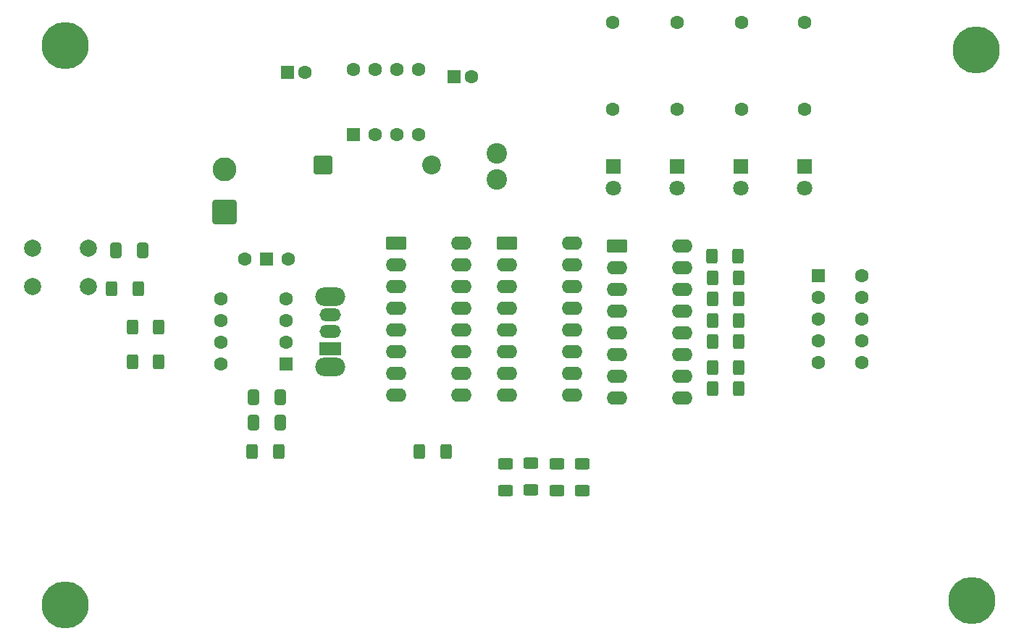
<source format=gbr>
%TF.GenerationSoftware,KiCad,Pcbnew,9.0.3*%
%TF.CreationDate,2025-12-16T09:59:01+01:00*%
%TF.ProjectId,PTP_Darijo_Matesic_Project1,5054505f-4461-4726-996a-6f5f4d617465,rev?*%
%TF.SameCoordinates,Original*%
%TF.FileFunction,Soldermask,Top*%
%TF.FilePolarity,Negative*%
%FSLAX46Y46*%
G04 Gerber Fmt 4.6, Leading zero omitted, Abs format (unit mm)*
G04 Created by KiCad (PCBNEW 9.0.3) date 2025-12-16 09:59:01*
%MOMM*%
%LPD*%
G01*
G04 APERTURE LIST*
G04 Aperture macros list*
%AMRoundRect*
0 Rectangle with rounded corners*
0 $1 Rounding radius*
0 $2 $3 $4 $5 $6 $7 $8 $9 X,Y pos of 4 corners*
0 Add a 4 corners polygon primitive as box body*
4,1,4,$2,$3,$4,$5,$6,$7,$8,$9,$2,$3,0*
0 Add four circle primitives for the rounded corners*
1,1,$1+$1,$2,$3*
1,1,$1+$1,$4,$5*
1,1,$1+$1,$6,$7*
1,1,$1+$1,$8,$9*
0 Add four rect primitives between the rounded corners*
20,1,$1+$1,$2,$3,$4,$5,0*
20,1,$1+$1,$4,$5,$6,$7,0*
20,1,$1+$1,$6,$7,$8,$9,0*
20,1,$1+$1,$8,$9,$2,$3,0*%
G04 Aperture macros list end*
%ADD10O,2.400000X1.600000*%
%ADD11RoundRect,0.250000X-0.950000X-0.550000X0.950000X-0.550000X0.950000X0.550000X-0.950000X0.550000X0*%
%ADD12RoundRect,0.250000X0.400000X0.625000X-0.400000X0.625000X-0.400000X-0.625000X0.400000X-0.625000X0*%
%ADD13RoundRect,0.250000X-0.412500X-0.650000X0.412500X-0.650000X0.412500X0.650000X-0.412500X0.650000X0*%
%ADD14RoundRect,0.250000X-0.400000X-0.625000X0.400000X-0.625000X0.400000X0.625000X-0.400000X0.625000X0*%
%ADD15RoundRect,0.250001X1.149999X-1.149999X1.149999X1.149999X-1.149999X1.149999X-1.149999X-1.149999X0*%
%ADD16C,2.800000*%
%ADD17C,5.500000*%
%ADD18R,1.800000X1.800000*%
%ADD19C,1.800000*%
%ADD20RoundRect,0.250000X-0.550000X-0.550000X0.550000X-0.550000X0.550000X0.550000X-0.550000X0.550000X0*%
%ADD21C,1.600000*%
%ADD22RoundRect,0.250000X0.550000X-0.550000X0.550000X0.550000X-0.550000X0.550000X-0.550000X-0.550000X0*%
%ADD23RoundRect,0.249999X-0.850001X-0.850001X0.850001X-0.850001X0.850001X0.850001X-0.850001X0.850001X0*%
%ADD24C,2.200000*%
%ADD25RoundRect,0.250000X0.412500X0.650000X-0.412500X0.650000X-0.412500X-0.650000X0.412500X-0.650000X0*%
%ADD26RoundRect,0.250000X0.625000X-0.400000X0.625000X0.400000X-0.625000X0.400000X-0.625000X-0.400000X0*%
%ADD27C,2.000000*%
%ADD28O,3.500000X2.200000*%
%ADD29R,2.500000X1.500000*%
%ADD30O,2.500000X1.500000*%
%ADD31R,1.600000X1.600000*%
%ADD32RoundRect,0.250000X0.550000X0.550000X-0.550000X0.550000X-0.550000X-0.550000X0.550000X-0.550000X0*%
%ADD33C,2.400000*%
%ADD34R,1.500000X1.500000*%
G04 APERTURE END LIST*
D10*
%TO.C,U4*%
X123810000Y-51110000D03*
X123810000Y-53650000D03*
X123810000Y-56190000D03*
X123810000Y-58730000D03*
X123810000Y-61270000D03*
X123810000Y-63810000D03*
X123810000Y-66350000D03*
X123810000Y-68890000D03*
X116190000Y-68890000D03*
X116190000Y-66350000D03*
X116190000Y-63810000D03*
X116190000Y-61270000D03*
X116190000Y-58730000D03*
X116190000Y-56190000D03*
X116190000Y-53650000D03*
D11*
X116190000Y-51110000D03*
%TD*%
D12*
%TO.C,R3*%
X122050000Y-75500000D03*
X118950000Y-75500000D03*
%TD*%
D13*
%TO.C,C4*%
X83437500Y-52000000D03*
X86562500Y-52000000D03*
%TD*%
D14*
%TO.C,R15*%
X153190000Y-60190000D03*
X156290000Y-60190000D03*
%TD*%
D15*
%TO.C,J1*%
X96117500Y-47500000D03*
D16*
X96117500Y-42500000D03*
%TD*%
D17*
%TO.C,H1*%
X77500000Y-28000000D03*
%TD*%
%TO.C,H3*%
X184000000Y-28500000D03*
%TD*%
D18*
%TO.C,D5*%
X141590000Y-42125000D03*
D19*
X141590000Y-44665000D03*
%TD*%
D20*
%TO.C,C2*%
X123000000Y-31665000D03*
D21*
X125000000Y-31665000D03*
%TD*%
D22*
%TO.C,U1*%
X111190000Y-38470000D03*
D21*
X113730000Y-38470000D03*
X116270000Y-38470000D03*
X118810000Y-38470000D03*
X118810000Y-30850000D03*
X116270000Y-30850000D03*
X113730000Y-30850000D03*
X111190000Y-30850000D03*
%TD*%
D14*
%TO.C,R1*%
X85370000Y-65000000D03*
X88470000Y-65000000D03*
%TD*%
D21*
%TO.C,R6*%
X156560000Y-35450000D03*
X156560000Y-25290000D03*
%TD*%
D23*
%TO.C,D1*%
X107650000Y-42000000D03*
D24*
X120350000Y-42000000D03*
%TD*%
D18*
%TO.C,D3*%
X156530000Y-42125000D03*
D19*
X156530000Y-44665000D03*
%TD*%
D14*
%TO.C,R20*%
X153190000Y-55190000D03*
X156290000Y-55190000D03*
%TD*%
D17*
%TO.C,H4*%
X77500000Y-93500000D03*
%TD*%
D25*
%TO.C,C5*%
X102625000Y-72170000D03*
X99500000Y-72170000D03*
%TD*%
D26*
%TO.C,R10*%
X129000000Y-80100000D03*
X129000000Y-77000000D03*
%TD*%
D21*
%TO.C,R7*%
X149060000Y-35450000D03*
X149060000Y-25290000D03*
%TD*%
D14*
%TO.C,R9*%
X99387500Y-75500000D03*
X102487500Y-75500000D03*
%TD*%
D21*
%TO.C,R8*%
X141560000Y-35450000D03*
X141560000Y-25290000D03*
%TD*%
D27*
%TO.C,SW1*%
X73750000Y-51750000D03*
X80250000Y-51750000D03*
X73750000Y-56250000D03*
X80250000Y-56250000D03*
%TD*%
D14*
%TO.C,R19*%
X153090000Y-52690000D03*
X156190000Y-52690000D03*
%TD*%
D28*
%TO.C,U3*%
X108500000Y-65600000D03*
X108500000Y-57400000D03*
D29*
X108500000Y-63500000D03*
D30*
X108500000Y-61500000D03*
X108500000Y-59500000D03*
%TD*%
D31*
%TO.C,U7*%
X165532500Y-54982500D03*
D21*
X165532500Y-57522500D03*
X165532500Y-60062500D03*
X165532500Y-62602500D03*
X165532500Y-65142500D03*
X170612500Y-65142500D03*
X170612500Y-62602500D03*
X170612500Y-60062500D03*
X170612500Y-57522500D03*
X170612500Y-54982500D03*
%TD*%
D14*
%TO.C,R16*%
X153190000Y-62690000D03*
X156290000Y-62690000D03*
%TD*%
%TO.C,R17*%
X153190000Y-65690000D03*
X156290000Y-65690000D03*
%TD*%
D20*
%TO.C,C1*%
X103544888Y-31165000D03*
D21*
X105544888Y-31165000D03*
%TD*%
D32*
%TO.C,U2*%
X103305000Y-65310000D03*
D21*
X103305000Y-62770000D03*
X103305000Y-60230000D03*
X103305000Y-57690000D03*
X95685000Y-57690000D03*
X95685000Y-60230000D03*
X95685000Y-62770000D03*
X95685000Y-65310000D03*
%TD*%
D26*
%TO.C,R13*%
X135000000Y-80100000D03*
X135000000Y-77000000D03*
%TD*%
D25*
%TO.C,C3*%
X102625000Y-69170000D03*
X99500000Y-69170000D03*
%TD*%
D18*
%TO.C,D4*%
X149060000Y-42125000D03*
D19*
X149060000Y-44665000D03*
%TD*%
D26*
%TO.C,R12*%
X138000000Y-80100000D03*
X138000000Y-77000000D03*
%TD*%
D33*
%TO.C,L1*%
X128000000Y-43665000D03*
X128000000Y-40665000D03*
%TD*%
D14*
%TO.C,R18*%
X153190000Y-68190000D03*
X156290000Y-68190000D03*
%TD*%
%TO.C,R14*%
X153190000Y-57690000D03*
X156290000Y-57690000D03*
%TD*%
%TO.C,R4*%
X82950000Y-56500000D03*
X86050000Y-56500000D03*
%TD*%
D18*
%TO.C,D2*%
X164000000Y-42125000D03*
D19*
X164000000Y-44665000D03*
%TD*%
D11*
%TO.C,U6*%
X142000000Y-51460000D03*
D10*
X142000000Y-54000000D03*
X142000000Y-56540000D03*
X142000000Y-59080000D03*
X142000000Y-61620000D03*
X142000000Y-64160000D03*
X142000000Y-66700000D03*
X142000000Y-69240000D03*
X149620000Y-69240000D03*
X149620000Y-66700000D03*
X149620000Y-64160000D03*
X149620000Y-61620000D03*
X149620000Y-59080000D03*
X149620000Y-56540000D03*
X149620000Y-54000000D03*
X149620000Y-51460000D03*
%TD*%
D11*
%TO.C,U5*%
X129190000Y-51110000D03*
D10*
X129190000Y-53650000D03*
X129190000Y-56190000D03*
X129190000Y-58730000D03*
X129190000Y-61270000D03*
X129190000Y-63810000D03*
X129190000Y-66350000D03*
X129190000Y-68890000D03*
X136810000Y-68890000D03*
X136810000Y-66350000D03*
X136810000Y-63810000D03*
X136810000Y-61270000D03*
X136810000Y-58730000D03*
X136810000Y-56190000D03*
X136810000Y-53650000D03*
X136810000Y-51110000D03*
%TD*%
D21*
%TO.C,R5*%
X164000000Y-35450000D03*
X164000000Y-25290000D03*
%TD*%
D26*
%TO.C,R11*%
X132000000Y-80000000D03*
X132000000Y-76900000D03*
%TD*%
D17*
%TO.C,H2*%
X183500000Y-93000000D03*
%TD*%
D14*
%TO.C,R2*%
X85370000Y-61000000D03*
X88470000Y-61000000D03*
%TD*%
D34*
%TO.C,SW2*%
X101040000Y-53000000D03*
D21*
X103580000Y-53000000D03*
X98500000Y-53000000D03*
%TD*%
M02*

</source>
